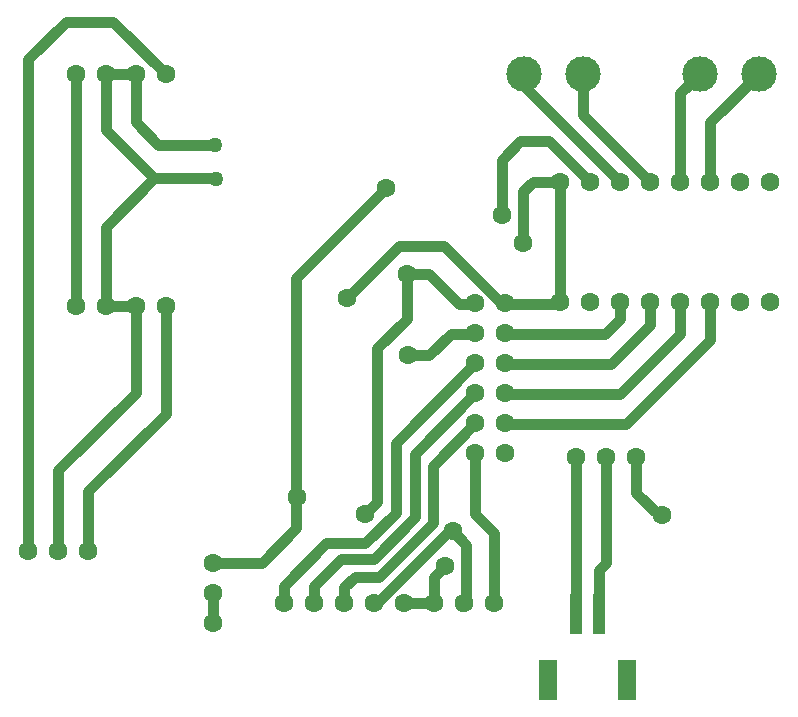
<source format=gbl>
%FSDAX24Y24*%
%MOIN*%
%SFA1B1*%

%IPPOS*%
%ADD20R,0.039370X0.137800*%
%ADD21C,0.035000*%
%ADD28C,0.062990*%
%ADD29C,0.118110*%
%ADD30C,0.050000*%
%ADD31R,0.059060X0.133860*%
%LNpcb_potencia_motores-1*%
%LPD*%
G54D20*
X020872Y-000525D03*
X021659D03*
G54D21*
X008780Y001180D02*
X010384D01*
X011560Y002355D02*
Y010700D01*
X014542Y013682*
X013240Y010010D02*
X014990Y011760D01*
X018570Y008830D02*
X021860D01*
X022343Y009313*
Y009892*
X020343D02*
Y013892D01*
X019145Y017090D02*
X022343Y013892D01*
X021114Y016121D02*
X023343Y013892D01*
X021114Y016121D02*
Y017500D01*
X024343Y013892D02*
Y016837D01*
X025005Y017500*
X025343Y013892D02*
Y015869D01*
X026974Y017500*
X015282Y008102D02*
X015992D01*
X016720Y008830*
X017570*
X016970Y009830D02*
X017570D01*
X014990Y011760D02*
X016480D01*
X018410Y009830*
X020280D02*
X020343Y009892D01*
X018410Y009830D02*
X020280D01*
X017530Y002810D02*
Y004840D01*
X013850Y002820D02*
X014260Y003230D01*
Y008340*
X014870Y005180D02*
X017530Y007840D01*
X015520Y004830D02*
X017530Y006840D01*
X016110Y004420D02*
X017530Y005840D01*
X020872Y-000525D02*
Y004702D01*
X020880Y004710*
X004200Y009740D02*
Y017470D01*
X005200D02*
X006200D01*
X005450Y019220D02*
X007200Y017470D01*
X003870Y019220D02*
X005450D01*
X002630Y017980D02*
X003870Y019220D01*
X002630Y001600D02*
Y017980D01*
X006200Y015870D02*
Y017470D01*
Y015870D02*
X006960Y015110D01*
X008840*
X005200Y015620D02*
Y017470D01*
X015980Y010820D02*
X016970Y009830D01*
X014260Y008340D02*
X015240Y009320D01*
Y010820D02*
X015980D01*
X015240Y009320D02*
Y010820D01*
X005200Y015620D02*
X006810Y014010D01*
X008790*
X005200Y009740D02*
X006200D01*
X005200D02*
Y012400D01*
X006810Y014010*
X003630Y001600D02*
Y004270D01*
X006200Y006840*
Y009740*
X004630Y001600D02*
Y003590D01*
X007200Y006160*
Y009740*
X017530Y002810D02*
X018140Y002200D01*
Y-000150D02*
Y002200D01*
X015520Y002710D02*
Y004830D01*
X017230Y-000080D02*
Y001800D01*
X016780Y002250D02*
X017230Y001800D01*
X017050Y-000260D02*
X017230Y-000080D01*
X014870Y002860D02*
Y005180D01*
X011150Y-000150D02*
Y000430D01*
X012150Y-000150D02*
Y000420D01*
X011150Y000430D02*
X012560Y001840D01*
X013850*
X014870Y002860*
X014140Y001330D02*
X015520Y002710D01*
X013060Y001330D02*
X014140D01*
X012150Y000420D02*
X013060Y001330D01*
X013150Y-000150D02*
Y000380D01*
X013500Y000730*
X015150Y-000150D02*
X016150D01*
Y000720D02*
X016500Y001070D01*
X016150Y-000150D02*
Y000720D01*
X013500Y000730D02*
X014330D01*
X016110Y002510*
Y004420*
X014150Y-000150D02*
X014260D01*
X016660Y002250*
X016780*
X018570Y005830D02*
X022560D01*
X025343Y008613*
Y009892*
X018570Y006830D02*
X022360D01*
X024343Y008813*
Y009892*
X018570Y007830D02*
X022060D01*
X023343Y009113*
Y009892*
X021659Y-000525D02*
Y000959D01*
X021880Y001180*
Y004710*
X019996Y015240D02*
X021343Y013892D01*
X018400Y012770D02*
Y014620D01*
X019020Y015240*
X019996*
X019442Y013892D02*
X020343D01*
X019130Y013580D02*
X019442Y013892D01*
X019130Y011840D02*
Y013580D01*
X010404Y001200D02*
X011560Y002355D01*
X022880Y003530D02*
Y004710D01*
Y003530D02*
X023700Y002710D01*
X023760Y002770*
X008780Y-000820D02*
Y000180D01*
G54D28*
X002630Y001600D03*
X003630D03*
X004630D03*
X007200Y017470D03*
X006200D03*
X005200D03*
X004200D03*
X007200Y009740D03*
X006200D03*
X005200D03*
X004200D03*
X008780Y-000820D03*
Y000180D03*
Y001180D03*
X020343Y013892D03*
Y009892D03*
X021343D03*
X022343D03*
X023343D03*
X024343D03*
X025343D03*
X026343D03*
X027343D03*
X021343Y013892D03*
X022343D03*
X023343D03*
X024343D03*
X025343D03*
X026343D03*
X027343D03*
X011150Y-000150D03*
X012150D03*
X013150D03*
X014150D03*
X015150D03*
X016150D03*
X017150D03*
X018150D03*
X018530Y004840D03*
X017530D03*
X018530Y005840D03*
X017530D03*
X018530Y006840D03*
X017530D03*
X018530Y007840D03*
X017530D03*
X018530Y008840D03*
X017530D03*
X018530Y009840D03*
X017530D03*
X022880Y004710D03*
X021880D03*
X020880D03*
X014542Y013682D03*
X015282Y008102D03*
X018400Y012770D03*
X013240Y010010D03*
X013850Y002820D03*
X016780Y002250D03*
X015240Y010820D03*
X011570Y003400D03*
X016500Y001070D03*
X019130Y011840D03*
X023760Y002770D03*
G54D29*
X019145Y017500D03*
X021114D03*
X026974D03*
X025005D03*
G54D30*
X008840Y015110D03*
X008870Y014000D03*
G54D31*
X019946Y-002710D03*
X022584D03*
M02*
</source>
